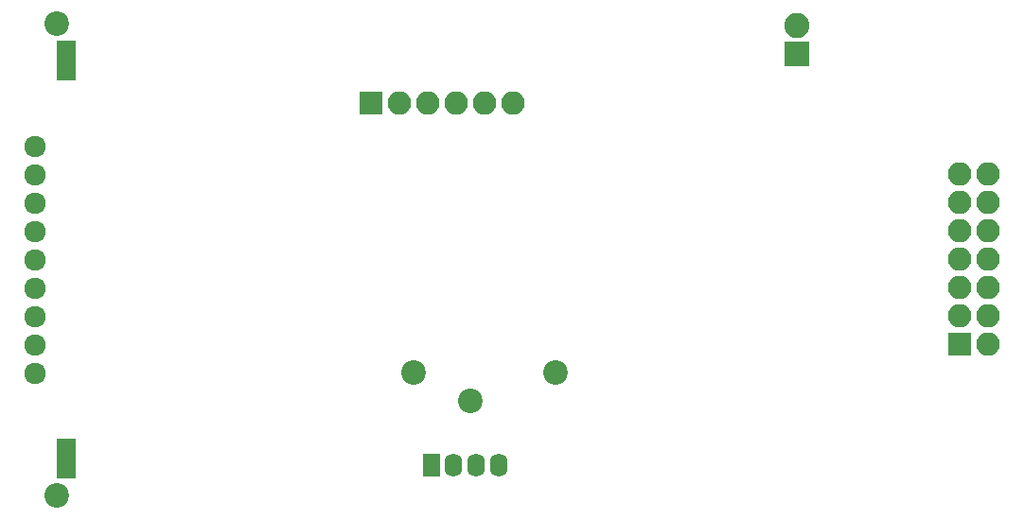
<source format=gts>
G04 #@! TF.FileFunction,Legend,Top*
%FSLAX46Y46*%
G04 Gerber Fmt 4.6, Leading zero omitted, Abs format (unit mm)*
G04 Created by KiCad (PCBNEW 4.0.7) date *
%MOMM*%
%LPD*%
G01*
G04 APERTURE LIST*
%ADD10C,0.100000*%
%ADD11C,1.924000*%
%ADD12R,1.800000X3.600000*%
%ADD13C,2.200000*%
%ADD14R,2.250000X2.250000*%
%ADD15C,2.250000*%
%ADD16R,2.100000X2.100000*%
%ADD17O,2.100000X2.100000*%
%ADD18R,1.600000X2.100000*%
%ADD19O,1.600000X2.100000*%
G04 APERTURE END LIST*
D10*
D11*
X108420000Y-95300000D03*
X108420000Y-97840000D03*
X108420000Y-100380000D03*
X108420000Y-102920000D03*
X108420000Y-105460000D03*
X108420000Y-108000000D03*
X108420000Y-110540000D03*
X108420000Y-113080000D03*
X108420000Y-115620000D03*
D12*
X111170000Y-123260000D03*
X111170000Y-87660000D03*
D13*
X110360000Y-84360000D03*
X110360000Y-126560000D03*
D14*
X176530000Y-86995000D03*
D15*
X176530000Y-84495000D03*
D16*
X138430000Y-91440000D03*
D17*
X140970000Y-91440000D03*
X143510000Y-91440000D03*
X146050000Y-91440000D03*
X148590000Y-91440000D03*
X151130000Y-91440000D03*
D18*
X143860000Y-123825000D03*
D19*
X145860000Y-123825000D03*
X147860000Y-123825000D03*
X149860000Y-123825000D03*
D16*
X191135000Y-113030000D03*
D17*
X193675000Y-113030000D03*
X191135000Y-110490000D03*
X193675000Y-110490000D03*
X191135000Y-107950000D03*
X193675000Y-107950000D03*
X191135000Y-105410000D03*
X193675000Y-105410000D03*
X191135000Y-102870000D03*
X193675000Y-102870000D03*
X191135000Y-100330000D03*
X193675000Y-100330000D03*
X191135000Y-97790000D03*
X193675000Y-97790000D03*
D13*
X154940000Y-115570000D03*
X147320000Y-118110000D03*
X142240000Y-115570000D03*
M02*

</source>
